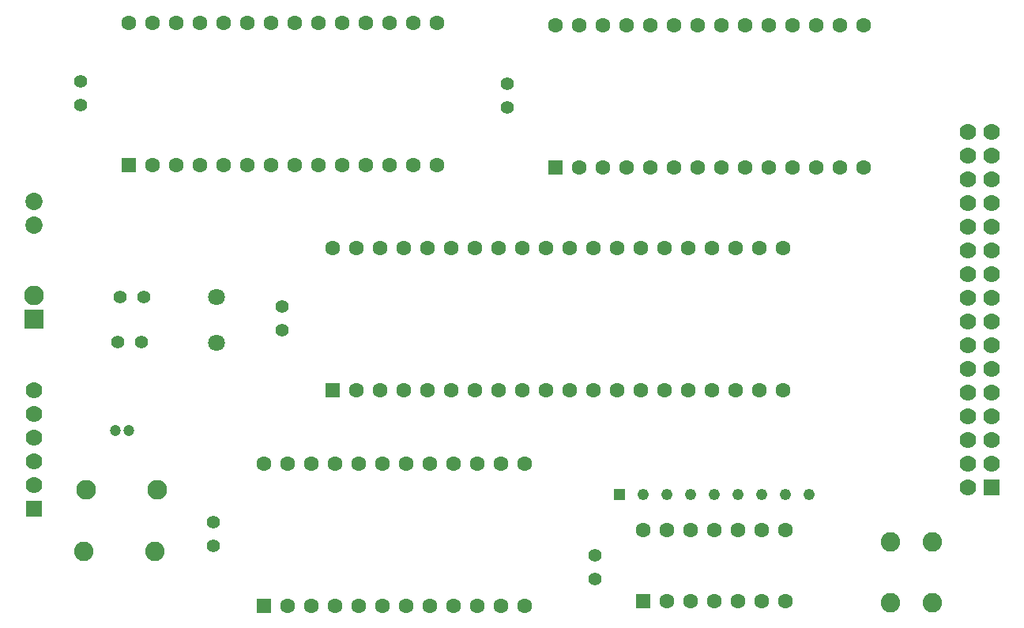
<source format=gts>
G04 Layer: TopSolderMaskLayer*
G04 EasyEDA v6.5.39, 2023-12-30 12:54:19*
G04 fb32ffe7bce1468d89b920df2382912b,ced954a3207a4d028f07e6fa70cdf7d5,10*
G04 Gerber Generator version 0.2*
G04 Scale: 100 percent, Rotated: No, Reflected: No *
G04 Dimensions in inches *
G04 leading zeros omitted , absolute positions ,3 integer and 6 decimal *
%FSLAX36Y36*%
%MOIN*%

%AMMACRO1*1,1,$1,$2,$3*1,1,$1,$4,$5*1,1,$1,0-$2,0-$3*1,1,$1,0-$4,0-$5*20,1,$1,$2,$3,$4,$5,0*20,1,$1,$4,$5,0-$2,0-$3,0*20,1,$1,0-$2,0-$3,0-$4,0-$5,0*20,1,$1,0-$4,0-$5,$2,$3,0*4,1,4,$2,$3,$4,$5,0-$2,0-$3,0-$4,0-$5,$2,$3,0*%
%ADD10MACRO1,0.008X-0.0275X0.0275X0.0275X0.0275*%
%ADD11C,0.0630*%
%ADD12C,0.0710*%
%ADD13C,0.0550*%
%ADD14C,0.0820*%
%ADD15C,0.0700*%
%ADD16R,0.0700X0.0700*%
%ADD17C,0.0730*%
%ADD18C,0.0830*%
%ADD19C,0.0474*%
%ADD20R,0.0828X0.0828*%
%ADD21C,0.0828*%
%ADD22MACRO1,0.008X-0.0198X0.0198X0.0198X0.0198*%
%ADD23C,0.0477*%

%LPD*%
D10*
G01*
X1960000Y-2000000D03*
D11*
G01*
X2060000Y-2000000D03*
G01*
X2160000Y-2000000D03*
G01*
X2260000Y-2000000D03*
G01*
X2360000Y-2000000D03*
G01*
X2460000Y-2000000D03*
G01*
X2560000Y-2000000D03*
G01*
X2660000Y-2000000D03*
G01*
X2760000Y-2000000D03*
G01*
X2860000Y-2000000D03*
G01*
X2960000Y-2000000D03*
G01*
X3060000Y-2000000D03*
G01*
X3160000Y-2000000D03*
G01*
X3260000Y-2000000D03*
G01*
X3360000Y-2000000D03*
G01*
X3460000Y-2000000D03*
G01*
X3560000Y-2000000D03*
G01*
X3660000Y-2000000D03*
G01*
X3760000Y-2000000D03*
G01*
X3860000Y-2000000D03*
G01*
X3860000Y-1400000D03*
G01*
X3760000Y-1400000D03*
G01*
X3660000Y-1400000D03*
G01*
X3560000Y-1400000D03*
G01*
X3460000Y-1400000D03*
G01*
X3360000Y-1400000D03*
G01*
X3260000Y-1400000D03*
G01*
X3160000Y-1400000D03*
G01*
X3060000Y-1400000D03*
G01*
X2960000Y-1400000D03*
G01*
X2860000Y-1400000D03*
G01*
X2760000Y-1400000D03*
G01*
X2660000Y-1400000D03*
G01*
X2560000Y-1400000D03*
G01*
X2460000Y-1400000D03*
G01*
X2360000Y-1400000D03*
G01*
X2260000Y-1400000D03*
G01*
X2160000Y-1400000D03*
G01*
X2060000Y-1400000D03*
G01*
X1960000Y-1400000D03*
D10*
G01*
X1670000Y-2910000D03*
D11*
G01*
X1770000Y-2910000D03*
G01*
X1870000Y-2910000D03*
G01*
X1970000Y-2910000D03*
G01*
X2070000Y-2910000D03*
G01*
X2170000Y-2910000D03*
G01*
X2270000Y-2910000D03*
G01*
X2370000Y-2910000D03*
G01*
X2470000Y-2910000D03*
G01*
X2570000Y-2910000D03*
G01*
X2670000Y-2910000D03*
G01*
X2770000Y-2910000D03*
G01*
X2770000Y-2310000D03*
G01*
X2670000Y-2310000D03*
G01*
X2570000Y-2310000D03*
G01*
X2470000Y-2310000D03*
G01*
X2370000Y-2310000D03*
G01*
X2270000Y-2310000D03*
G01*
X2170000Y-2310000D03*
G01*
X2070000Y-2310000D03*
G01*
X1970000Y-2310000D03*
G01*
X1870000Y-2310000D03*
G01*
X1770000Y-2310000D03*
G01*
X1670000Y-2310000D03*
D10*
G01*
X2900000Y-1060000D03*
D11*
G01*
X3000000Y-1060000D03*
G01*
X3100000Y-1060000D03*
G01*
X3200000Y-1060000D03*
G01*
X3300000Y-1060000D03*
G01*
X3400000Y-1060000D03*
G01*
X3500000Y-1060000D03*
G01*
X3600000Y-1060000D03*
G01*
X3700000Y-1060000D03*
G01*
X3800000Y-1060000D03*
G01*
X3900000Y-1060000D03*
G01*
X4000000Y-1060000D03*
G01*
X4100000Y-1060000D03*
G01*
X4200000Y-1060000D03*
G01*
X4200000Y-460000D03*
G01*
X4100000Y-460000D03*
G01*
X4000000Y-460000D03*
G01*
X3900000Y-460000D03*
G01*
X3800000Y-460000D03*
G01*
X3700000Y-460000D03*
G01*
X3600000Y-460000D03*
G01*
X3500000Y-460000D03*
G01*
X3400000Y-460000D03*
G01*
X3300000Y-460000D03*
G01*
X3200000Y-460000D03*
G01*
X3100000Y-460000D03*
G01*
X3000000Y-460000D03*
G01*
X2900000Y-460000D03*
D10*
G01*
X1100000Y-1050000D03*
D11*
G01*
X1200000Y-1050000D03*
G01*
X1300000Y-1050000D03*
G01*
X1400000Y-1050000D03*
G01*
X1500000Y-1050000D03*
G01*
X1600000Y-1050000D03*
G01*
X1700000Y-1050000D03*
G01*
X1800000Y-1050000D03*
G01*
X1900000Y-1050000D03*
G01*
X2000000Y-1050000D03*
G01*
X2100000Y-1050000D03*
G01*
X2200000Y-1050000D03*
G01*
X2300000Y-1050000D03*
G01*
X2400000Y-1050000D03*
G01*
X2400000Y-450000D03*
G01*
X2300000Y-450000D03*
G01*
X2200000Y-450000D03*
G01*
X2100000Y-450000D03*
G01*
X2000000Y-450000D03*
G01*
X1900000Y-450000D03*
G01*
X1800000Y-450000D03*
G01*
X1700000Y-450000D03*
G01*
X1600000Y-450000D03*
G01*
X1500000Y-450000D03*
G01*
X1400000Y-450000D03*
G01*
X1300000Y-450000D03*
G01*
X1200000Y-450000D03*
G01*
X1100000Y-450000D03*
D12*
G01*
X1470000Y-1800000D03*
G01*
X1470000Y-1607080D03*
D13*
G01*
X1151000Y-1796999D03*
G01*
X1051000Y-1796999D03*
G01*
X1161000Y-1606999D03*
G01*
X1061000Y-1606999D03*
D14*
G01*
X4488999Y-2641999D03*
G01*
X4488999Y-2898000D03*
G01*
X4311000Y-2641999D03*
G01*
X4311000Y-2898000D03*
D15*
G01*
X700000Y-2000000D03*
G01*
X700000Y-2100000D03*
G01*
X700000Y-2200000D03*
G01*
X700000Y-2300000D03*
G01*
X700000Y-2400000D03*
D16*
G01*
X700000Y-2500000D03*
D13*
G01*
X2696999Y-709000D03*
G01*
X2696999Y-809000D03*
G01*
X896999Y-699000D03*
G01*
X896999Y-799000D03*
G01*
X1746999Y-1649000D03*
G01*
X1746999Y-1749000D03*
G01*
X3066999Y-2699000D03*
G01*
X3066999Y-2799000D03*
G01*
X1456999Y-2559000D03*
G01*
X1456999Y-2659000D03*
D17*
G01*
X700000Y-1203800D03*
G01*
X700000Y-1303800D03*
D14*
G01*
X910000Y-2680000D03*
G01*
X1210000Y-2680000D03*
D16*
G01*
X4740000Y-2410000D03*
D15*
G01*
X4640000Y-2410000D03*
G01*
X4740000Y-2310000D03*
G01*
X4640000Y-2310000D03*
G01*
X4740000Y-2210000D03*
G01*
X4640000Y-2210000D03*
G01*
X4740000Y-2110000D03*
G01*
X4640000Y-2110000D03*
G01*
X4740000Y-2010000D03*
G01*
X4640000Y-2010000D03*
G01*
X4740000Y-1910000D03*
G01*
X4640000Y-1910000D03*
G01*
X4740000Y-1810000D03*
G01*
X4640000Y-1810000D03*
G01*
X4740000Y-1710000D03*
G01*
X4640000Y-1710000D03*
G01*
X4740000Y-1610000D03*
G01*
X4640000Y-1610000D03*
G01*
X4740000Y-1510000D03*
G01*
X4640000Y-1510000D03*
G01*
X4740000Y-1410000D03*
G01*
X4640000Y-1410000D03*
G01*
X4740000Y-1310000D03*
G01*
X4640000Y-1310000D03*
G01*
X4740000Y-1210000D03*
G01*
X4640000Y-1210000D03*
G01*
X4740000Y-1110000D03*
G01*
X4640000Y-1110000D03*
G01*
X4740000Y-1010000D03*
G01*
X4640000Y-1010000D03*
G01*
X4740000Y-910000D03*
G01*
X4640000Y-910000D03*
D18*
G01*
X920000Y-2420000D03*
G01*
X1220000Y-2420000D03*
D19*
G01*
X1100000Y-2170000D03*
G01*
X1040900Y-2170000D03*
D10*
G01*
X3270000Y-2890000D03*
D11*
G01*
X3370000Y-2890000D03*
G01*
X3470000Y-2890000D03*
G01*
X3570000Y-2890000D03*
G01*
X3670000Y-2890000D03*
G01*
X3770000Y-2890000D03*
G01*
X3870000Y-2890000D03*
G01*
X3870000Y-2590000D03*
G01*
X3770000Y-2590000D03*
G01*
X3670000Y-2590000D03*
G01*
X3570000Y-2590000D03*
G01*
X3470000Y-2590000D03*
G01*
X3370000Y-2590000D03*
G01*
X3270000Y-2590000D03*
D20*
G01*
X700000Y-1700000D03*
D21*
G01*
X700000Y-1600000D03*
D22*
G01*
X3169949Y-2439950D03*
D23*
G01*
X3270000Y-2440000D03*
G01*
X3370000Y-2440000D03*
G01*
X3470000Y-2440000D03*
G01*
X3570000Y-2440000D03*
G01*
X3670000Y-2440000D03*
G01*
X3770000Y-2440000D03*
G01*
X3870000Y-2440000D03*
G01*
X3970000Y-2440000D03*
M02*

</source>
